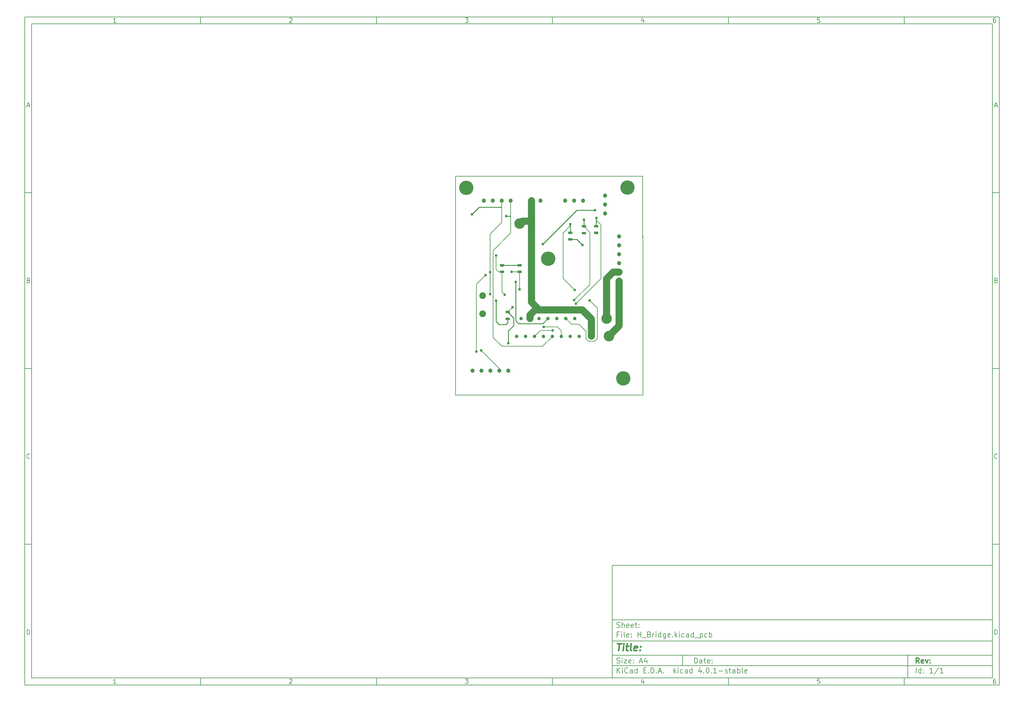
<source format=gbr>
G04 #@! TF.FileFunction,Copper,L2,Bot,Signal*
%FSLAX46Y46*%
G04 Gerber Fmt 4.6, Leading zero omitted, Abs format (unit mm)*
G04 Created by KiCad (PCBNEW 4.0.1-stable) date 2/4/2016 7:17:40 PM*
%MOMM*%
G01*
G04 APERTURE LIST*
%ADD10C,0.100000*%
%ADD11C,0.150000*%
%ADD12C,0.300000*%
%ADD13C,0.400000*%
%ADD14C,4.064000*%
%ADD15C,1.200000*%
%ADD16C,1.900000*%
%ADD17R,1.300000X0.700000*%
%ADD18C,1.000000*%
%ADD19C,4.100000*%
%ADD20C,0.762000*%
%ADD21C,3.000000*%
%ADD22C,0.250000*%
%ADD23C,2.000000*%
%ADD24C,0.203200*%
G04 APERTURE END LIST*
D10*
D11*
X177002200Y-166007200D02*
X177002200Y-198007200D01*
X285002200Y-198007200D01*
X285002200Y-166007200D01*
X177002200Y-166007200D01*
D10*
D11*
X10000000Y-10000000D02*
X10000000Y-200007200D01*
X287002200Y-200007200D01*
X287002200Y-10000000D01*
X10000000Y-10000000D01*
D10*
D11*
X12000000Y-12000000D02*
X12000000Y-198007200D01*
X285002200Y-198007200D01*
X285002200Y-12000000D01*
X12000000Y-12000000D01*
D10*
D11*
X60000000Y-12000000D02*
X60000000Y-10000000D01*
D10*
D11*
X110000000Y-12000000D02*
X110000000Y-10000000D01*
D10*
D11*
X160000000Y-12000000D02*
X160000000Y-10000000D01*
D10*
D11*
X210000000Y-12000000D02*
X210000000Y-10000000D01*
D10*
D11*
X260000000Y-12000000D02*
X260000000Y-10000000D01*
D10*
D11*
X35990476Y-11588095D02*
X35247619Y-11588095D01*
X35619048Y-11588095D02*
X35619048Y-10288095D01*
X35495238Y-10473810D01*
X35371429Y-10597619D01*
X35247619Y-10659524D01*
D10*
D11*
X85247619Y-10411905D02*
X85309524Y-10350000D01*
X85433333Y-10288095D01*
X85742857Y-10288095D01*
X85866667Y-10350000D01*
X85928571Y-10411905D01*
X85990476Y-10535714D01*
X85990476Y-10659524D01*
X85928571Y-10845238D01*
X85185714Y-11588095D01*
X85990476Y-11588095D01*
D10*
D11*
X135185714Y-10288095D02*
X135990476Y-10288095D01*
X135557143Y-10783333D01*
X135742857Y-10783333D01*
X135866667Y-10845238D01*
X135928571Y-10907143D01*
X135990476Y-11030952D01*
X135990476Y-11340476D01*
X135928571Y-11464286D01*
X135866667Y-11526190D01*
X135742857Y-11588095D01*
X135371429Y-11588095D01*
X135247619Y-11526190D01*
X135185714Y-11464286D01*
D10*
D11*
X185866667Y-10721429D02*
X185866667Y-11588095D01*
X185557143Y-10226190D02*
X185247619Y-11154762D01*
X186052381Y-11154762D01*
D10*
D11*
X235928571Y-10288095D02*
X235309524Y-10288095D01*
X235247619Y-10907143D01*
X235309524Y-10845238D01*
X235433333Y-10783333D01*
X235742857Y-10783333D01*
X235866667Y-10845238D01*
X235928571Y-10907143D01*
X235990476Y-11030952D01*
X235990476Y-11340476D01*
X235928571Y-11464286D01*
X235866667Y-11526190D01*
X235742857Y-11588095D01*
X235433333Y-11588095D01*
X235309524Y-11526190D01*
X235247619Y-11464286D01*
D10*
D11*
X285866667Y-10288095D02*
X285619048Y-10288095D01*
X285495238Y-10350000D01*
X285433333Y-10411905D01*
X285309524Y-10597619D01*
X285247619Y-10845238D01*
X285247619Y-11340476D01*
X285309524Y-11464286D01*
X285371429Y-11526190D01*
X285495238Y-11588095D01*
X285742857Y-11588095D01*
X285866667Y-11526190D01*
X285928571Y-11464286D01*
X285990476Y-11340476D01*
X285990476Y-11030952D01*
X285928571Y-10907143D01*
X285866667Y-10845238D01*
X285742857Y-10783333D01*
X285495238Y-10783333D01*
X285371429Y-10845238D01*
X285309524Y-10907143D01*
X285247619Y-11030952D01*
D10*
D11*
X60000000Y-198007200D02*
X60000000Y-200007200D01*
D10*
D11*
X110000000Y-198007200D02*
X110000000Y-200007200D01*
D10*
D11*
X160000000Y-198007200D02*
X160000000Y-200007200D01*
D10*
D11*
X210000000Y-198007200D02*
X210000000Y-200007200D01*
D10*
D11*
X260000000Y-198007200D02*
X260000000Y-200007200D01*
D10*
D11*
X35990476Y-199595295D02*
X35247619Y-199595295D01*
X35619048Y-199595295D02*
X35619048Y-198295295D01*
X35495238Y-198481010D01*
X35371429Y-198604819D01*
X35247619Y-198666724D01*
D10*
D11*
X85247619Y-198419105D02*
X85309524Y-198357200D01*
X85433333Y-198295295D01*
X85742857Y-198295295D01*
X85866667Y-198357200D01*
X85928571Y-198419105D01*
X85990476Y-198542914D01*
X85990476Y-198666724D01*
X85928571Y-198852438D01*
X85185714Y-199595295D01*
X85990476Y-199595295D01*
D10*
D11*
X135185714Y-198295295D02*
X135990476Y-198295295D01*
X135557143Y-198790533D01*
X135742857Y-198790533D01*
X135866667Y-198852438D01*
X135928571Y-198914343D01*
X135990476Y-199038152D01*
X135990476Y-199347676D01*
X135928571Y-199471486D01*
X135866667Y-199533390D01*
X135742857Y-199595295D01*
X135371429Y-199595295D01*
X135247619Y-199533390D01*
X135185714Y-199471486D01*
D10*
D11*
X185866667Y-198728629D02*
X185866667Y-199595295D01*
X185557143Y-198233390D02*
X185247619Y-199161962D01*
X186052381Y-199161962D01*
D10*
D11*
X235928571Y-198295295D02*
X235309524Y-198295295D01*
X235247619Y-198914343D01*
X235309524Y-198852438D01*
X235433333Y-198790533D01*
X235742857Y-198790533D01*
X235866667Y-198852438D01*
X235928571Y-198914343D01*
X235990476Y-199038152D01*
X235990476Y-199347676D01*
X235928571Y-199471486D01*
X235866667Y-199533390D01*
X235742857Y-199595295D01*
X235433333Y-199595295D01*
X235309524Y-199533390D01*
X235247619Y-199471486D01*
D10*
D11*
X285866667Y-198295295D02*
X285619048Y-198295295D01*
X285495238Y-198357200D01*
X285433333Y-198419105D01*
X285309524Y-198604819D01*
X285247619Y-198852438D01*
X285247619Y-199347676D01*
X285309524Y-199471486D01*
X285371429Y-199533390D01*
X285495238Y-199595295D01*
X285742857Y-199595295D01*
X285866667Y-199533390D01*
X285928571Y-199471486D01*
X285990476Y-199347676D01*
X285990476Y-199038152D01*
X285928571Y-198914343D01*
X285866667Y-198852438D01*
X285742857Y-198790533D01*
X285495238Y-198790533D01*
X285371429Y-198852438D01*
X285309524Y-198914343D01*
X285247619Y-199038152D01*
D10*
D11*
X10000000Y-60000000D02*
X12000000Y-60000000D01*
D10*
D11*
X10000000Y-110000000D02*
X12000000Y-110000000D01*
D10*
D11*
X10000000Y-160000000D02*
X12000000Y-160000000D01*
D10*
D11*
X10690476Y-35216667D02*
X11309524Y-35216667D01*
X10566667Y-35588095D02*
X11000000Y-34288095D01*
X11433333Y-35588095D01*
D10*
D11*
X11092857Y-84907143D02*
X11278571Y-84969048D01*
X11340476Y-85030952D01*
X11402381Y-85154762D01*
X11402381Y-85340476D01*
X11340476Y-85464286D01*
X11278571Y-85526190D01*
X11154762Y-85588095D01*
X10659524Y-85588095D01*
X10659524Y-84288095D01*
X11092857Y-84288095D01*
X11216667Y-84350000D01*
X11278571Y-84411905D01*
X11340476Y-84535714D01*
X11340476Y-84659524D01*
X11278571Y-84783333D01*
X11216667Y-84845238D01*
X11092857Y-84907143D01*
X10659524Y-84907143D01*
D10*
D11*
X11402381Y-135464286D02*
X11340476Y-135526190D01*
X11154762Y-135588095D01*
X11030952Y-135588095D01*
X10845238Y-135526190D01*
X10721429Y-135402381D01*
X10659524Y-135278571D01*
X10597619Y-135030952D01*
X10597619Y-134845238D01*
X10659524Y-134597619D01*
X10721429Y-134473810D01*
X10845238Y-134350000D01*
X11030952Y-134288095D01*
X11154762Y-134288095D01*
X11340476Y-134350000D01*
X11402381Y-134411905D01*
D10*
D11*
X10659524Y-185588095D02*
X10659524Y-184288095D01*
X10969048Y-184288095D01*
X11154762Y-184350000D01*
X11278571Y-184473810D01*
X11340476Y-184597619D01*
X11402381Y-184845238D01*
X11402381Y-185030952D01*
X11340476Y-185278571D01*
X11278571Y-185402381D01*
X11154762Y-185526190D01*
X10969048Y-185588095D01*
X10659524Y-185588095D01*
D10*
D11*
X287002200Y-60000000D02*
X285002200Y-60000000D01*
D10*
D11*
X287002200Y-110000000D02*
X285002200Y-110000000D01*
D10*
D11*
X287002200Y-160000000D02*
X285002200Y-160000000D01*
D10*
D11*
X285692676Y-35216667D02*
X286311724Y-35216667D01*
X285568867Y-35588095D02*
X286002200Y-34288095D01*
X286435533Y-35588095D01*
D10*
D11*
X286095057Y-84907143D02*
X286280771Y-84969048D01*
X286342676Y-85030952D01*
X286404581Y-85154762D01*
X286404581Y-85340476D01*
X286342676Y-85464286D01*
X286280771Y-85526190D01*
X286156962Y-85588095D01*
X285661724Y-85588095D01*
X285661724Y-84288095D01*
X286095057Y-84288095D01*
X286218867Y-84350000D01*
X286280771Y-84411905D01*
X286342676Y-84535714D01*
X286342676Y-84659524D01*
X286280771Y-84783333D01*
X286218867Y-84845238D01*
X286095057Y-84907143D01*
X285661724Y-84907143D01*
D10*
D11*
X286404581Y-135464286D02*
X286342676Y-135526190D01*
X286156962Y-135588095D01*
X286033152Y-135588095D01*
X285847438Y-135526190D01*
X285723629Y-135402381D01*
X285661724Y-135278571D01*
X285599819Y-135030952D01*
X285599819Y-134845238D01*
X285661724Y-134597619D01*
X285723629Y-134473810D01*
X285847438Y-134350000D01*
X286033152Y-134288095D01*
X286156962Y-134288095D01*
X286342676Y-134350000D01*
X286404581Y-134411905D01*
D10*
D11*
X285661724Y-185588095D02*
X285661724Y-184288095D01*
X285971248Y-184288095D01*
X286156962Y-184350000D01*
X286280771Y-184473810D01*
X286342676Y-184597619D01*
X286404581Y-184845238D01*
X286404581Y-185030952D01*
X286342676Y-185278571D01*
X286280771Y-185402381D01*
X286156962Y-185526190D01*
X285971248Y-185588095D01*
X285661724Y-185588095D01*
D10*
D11*
X200359343Y-193785771D02*
X200359343Y-192285771D01*
X200716486Y-192285771D01*
X200930771Y-192357200D01*
X201073629Y-192500057D01*
X201145057Y-192642914D01*
X201216486Y-192928629D01*
X201216486Y-193142914D01*
X201145057Y-193428629D01*
X201073629Y-193571486D01*
X200930771Y-193714343D01*
X200716486Y-193785771D01*
X200359343Y-193785771D01*
X202502200Y-193785771D02*
X202502200Y-193000057D01*
X202430771Y-192857200D01*
X202287914Y-192785771D01*
X202002200Y-192785771D01*
X201859343Y-192857200D01*
X202502200Y-193714343D02*
X202359343Y-193785771D01*
X202002200Y-193785771D01*
X201859343Y-193714343D01*
X201787914Y-193571486D01*
X201787914Y-193428629D01*
X201859343Y-193285771D01*
X202002200Y-193214343D01*
X202359343Y-193214343D01*
X202502200Y-193142914D01*
X203002200Y-192785771D02*
X203573629Y-192785771D01*
X203216486Y-192285771D02*
X203216486Y-193571486D01*
X203287914Y-193714343D01*
X203430772Y-193785771D01*
X203573629Y-193785771D01*
X204645057Y-193714343D02*
X204502200Y-193785771D01*
X204216486Y-193785771D01*
X204073629Y-193714343D01*
X204002200Y-193571486D01*
X204002200Y-193000057D01*
X204073629Y-192857200D01*
X204216486Y-192785771D01*
X204502200Y-192785771D01*
X204645057Y-192857200D01*
X204716486Y-193000057D01*
X204716486Y-193142914D01*
X204002200Y-193285771D01*
X205359343Y-193642914D02*
X205430771Y-193714343D01*
X205359343Y-193785771D01*
X205287914Y-193714343D01*
X205359343Y-193642914D01*
X205359343Y-193785771D01*
X205359343Y-192857200D02*
X205430771Y-192928629D01*
X205359343Y-193000057D01*
X205287914Y-192928629D01*
X205359343Y-192857200D01*
X205359343Y-193000057D01*
D10*
D11*
X177002200Y-194507200D02*
X285002200Y-194507200D01*
D10*
D11*
X178359343Y-196585771D02*
X178359343Y-195085771D01*
X179216486Y-196585771D02*
X178573629Y-195728629D01*
X179216486Y-195085771D02*
X178359343Y-195942914D01*
X179859343Y-196585771D02*
X179859343Y-195585771D01*
X179859343Y-195085771D02*
X179787914Y-195157200D01*
X179859343Y-195228629D01*
X179930771Y-195157200D01*
X179859343Y-195085771D01*
X179859343Y-195228629D01*
X181430772Y-196442914D02*
X181359343Y-196514343D01*
X181145057Y-196585771D01*
X181002200Y-196585771D01*
X180787915Y-196514343D01*
X180645057Y-196371486D01*
X180573629Y-196228629D01*
X180502200Y-195942914D01*
X180502200Y-195728629D01*
X180573629Y-195442914D01*
X180645057Y-195300057D01*
X180787915Y-195157200D01*
X181002200Y-195085771D01*
X181145057Y-195085771D01*
X181359343Y-195157200D01*
X181430772Y-195228629D01*
X182716486Y-196585771D02*
X182716486Y-195800057D01*
X182645057Y-195657200D01*
X182502200Y-195585771D01*
X182216486Y-195585771D01*
X182073629Y-195657200D01*
X182716486Y-196514343D02*
X182573629Y-196585771D01*
X182216486Y-196585771D01*
X182073629Y-196514343D01*
X182002200Y-196371486D01*
X182002200Y-196228629D01*
X182073629Y-196085771D01*
X182216486Y-196014343D01*
X182573629Y-196014343D01*
X182716486Y-195942914D01*
X184073629Y-196585771D02*
X184073629Y-195085771D01*
X184073629Y-196514343D02*
X183930772Y-196585771D01*
X183645058Y-196585771D01*
X183502200Y-196514343D01*
X183430772Y-196442914D01*
X183359343Y-196300057D01*
X183359343Y-195871486D01*
X183430772Y-195728629D01*
X183502200Y-195657200D01*
X183645058Y-195585771D01*
X183930772Y-195585771D01*
X184073629Y-195657200D01*
X185930772Y-195800057D02*
X186430772Y-195800057D01*
X186645058Y-196585771D02*
X185930772Y-196585771D01*
X185930772Y-195085771D01*
X186645058Y-195085771D01*
X187287915Y-196442914D02*
X187359343Y-196514343D01*
X187287915Y-196585771D01*
X187216486Y-196514343D01*
X187287915Y-196442914D01*
X187287915Y-196585771D01*
X188002201Y-196585771D02*
X188002201Y-195085771D01*
X188359344Y-195085771D01*
X188573629Y-195157200D01*
X188716487Y-195300057D01*
X188787915Y-195442914D01*
X188859344Y-195728629D01*
X188859344Y-195942914D01*
X188787915Y-196228629D01*
X188716487Y-196371486D01*
X188573629Y-196514343D01*
X188359344Y-196585771D01*
X188002201Y-196585771D01*
X189502201Y-196442914D02*
X189573629Y-196514343D01*
X189502201Y-196585771D01*
X189430772Y-196514343D01*
X189502201Y-196442914D01*
X189502201Y-196585771D01*
X190145058Y-196157200D02*
X190859344Y-196157200D01*
X190002201Y-196585771D02*
X190502201Y-195085771D01*
X191002201Y-196585771D01*
X191502201Y-196442914D02*
X191573629Y-196514343D01*
X191502201Y-196585771D01*
X191430772Y-196514343D01*
X191502201Y-196442914D01*
X191502201Y-196585771D01*
X194502201Y-196585771D02*
X194502201Y-195085771D01*
X194645058Y-196014343D02*
X195073629Y-196585771D01*
X195073629Y-195585771D02*
X194502201Y-196157200D01*
X195716487Y-196585771D02*
X195716487Y-195585771D01*
X195716487Y-195085771D02*
X195645058Y-195157200D01*
X195716487Y-195228629D01*
X195787915Y-195157200D01*
X195716487Y-195085771D01*
X195716487Y-195228629D01*
X197073630Y-196514343D02*
X196930773Y-196585771D01*
X196645059Y-196585771D01*
X196502201Y-196514343D01*
X196430773Y-196442914D01*
X196359344Y-196300057D01*
X196359344Y-195871486D01*
X196430773Y-195728629D01*
X196502201Y-195657200D01*
X196645059Y-195585771D01*
X196930773Y-195585771D01*
X197073630Y-195657200D01*
X198359344Y-196585771D02*
X198359344Y-195800057D01*
X198287915Y-195657200D01*
X198145058Y-195585771D01*
X197859344Y-195585771D01*
X197716487Y-195657200D01*
X198359344Y-196514343D02*
X198216487Y-196585771D01*
X197859344Y-196585771D01*
X197716487Y-196514343D01*
X197645058Y-196371486D01*
X197645058Y-196228629D01*
X197716487Y-196085771D01*
X197859344Y-196014343D01*
X198216487Y-196014343D01*
X198359344Y-195942914D01*
X199716487Y-196585771D02*
X199716487Y-195085771D01*
X199716487Y-196514343D02*
X199573630Y-196585771D01*
X199287916Y-196585771D01*
X199145058Y-196514343D01*
X199073630Y-196442914D01*
X199002201Y-196300057D01*
X199002201Y-195871486D01*
X199073630Y-195728629D01*
X199145058Y-195657200D01*
X199287916Y-195585771D01*
X199573630Y-195585771D01*
X199716487Y-195657200D01*
X202216487Y-195585771D02*
X202216487Y-196585771D01*
X201859344Y-195014343D02*
X201502201Y-196085771D01*
X202430773Y-196085771D01*
X203002201Y-196442914D02*
X203073629Y-196514343D01*
X203002201Y-196585771D01*
X202930772Y-196514343D01*
X203002201Y-196442914D01*
X203002201Y-196585771D01*
X204002201Y-195085771D02*
X204145058Y-195085771D01*
X204287915Y-195157200D01*
X204359344Y-195228629D01*
X204430773Y-195371486D01*
X204502201Y-195657200D01*
X204502201Y-196014343D01*
X204430773Y-196300057D01*
X204359344Y-196442914D01*
X204287915Y-196514343D01*
X204145058Y-196585771D01*
X204002201Y-196585771D01*
X203859344Y-196514343D01*
X203787915Y-196442914D01*
X203716487Y-196300057D01*
X203645058Y-196014343D01*
X203645058Y-195657200D01*
X203716487Y-195371486D01*
X203787915Y-195228629D01*
X203859344Y-195157200D01*
X204002201Y-195085771D01*
X205145058Y-196442914D02*
X205216486Y-196514343D01*
X205145058Y-196585771D01*
X205073629Y-196514343D01*
X205145058Y-196442914D01*
X205145058Y-196585771D01*
X206645058Y-196585771D02*
X205787915Y-196585771D01*
X206216487Y-196585771D02*
X206216487Y-195085771D01*
X206073630Y-195300057D01*
X205930772Y-195442914D01*
X205787915Y-195514343D01*
X207287915Y-196014343D02*
X208430772Y-196014343D01*
X209073629Y-196514343D02*
X209216486Y-196585771D01*
X209502201Y-196585771D01*
X209645058Y-196514343D01*
X209716486Y-196371486D01*
X209716486Y-196300057D01*
X209645058Y-196157200D01*
X209502201Y-196085771D01*
X209287915Y-196085771D01*
X209145058Y-196014343D01*
X209073629Y-195871486D01*
X209073629Y-195800057D01*
X209145058Y-195657200D01*
X209287915Y-195585771D01*
X209502201Y-195585771D01*
X209645058Y-195657200D01*
X210145058Y-195585771D02*
X210716487Y-195585771D01*
X210359344Y-195085771D02*
X210359344Y-196371486D01*
X210430772Y-196514343D01*
X210573630Y-196585771D01*
X210716487Y-196585771D01*
X211859344Y-196585771D02*
X211859344Y-195800057D01*
X211787915Y-195657200D01*
X211645058Y-195585771D01*
X211359344Y-195585771D01*
X211216487Y-195657200D01*
X211859344Y-196514343D02*
X211716487Y-196585771D01*
X211359344Y-196585771D01*
X211216487Y-196514343D01*
X211145058Y-196371486D01*
X211145058Y-196228629D01*
X211216487Y-196085771D01*
X211359344Y-196014343D01*
X211716487Y-196014343D01*
X211859344Y-195942914D01*
X212573630Y-196585771D02*
X212573630Y-195085771D01*
X212573630Y-195657200D02*
X212716487Y-195585771D01*
X213002201Y-195585771D01*
X213145058Y-195657200D01*
X213216487Y-195728629D01*
X213287916Y-195871486D01*
X213287916Y-196300057D01*
X213216487Y-196442914D01*
X213145058Y-196514343D01*
X213002201Y-196585771D01*
X212716487Y-196585771D01*
X212573630Y-196514343D01*
X214145059Y-196585771D02*
X214002201Y-196514343D01*
X213930773Y-196371486D01*
X213930773Y-195085771D01*
X215287915Y-196514343D02*
X215145058Y-196585771D01*
X214859344Y-196585771D01*
X214716487Y-196514343D01*
X214645058Y-196371486D01*
X214645058Y-195800057D01*
X214716487Y-195657200D01*
X214859344Y-195585771D01*
X215145058Y-195585771D01*
X215287915Y-195657200D01*
X215359344Y-195800057D01*
X215359344Y-195942914D01*
X214645058Y-196085771D01*
D10*
D11*
X177002200Y-191507200D02*
X285002200Y-191507200D01*
D10*
D12*
X264216486Y-193785771D02*
X263716486Y-193071486D01*
X263359343Y-193785771D02*
X263359343Y-192285771D01*
X263930771Y-192285771D01*
X264073629Y-192357200D01*
X264145057Y-192428629D01*
X264216486Y-192571486D01*
X264216486Y-192785771D01*
X264145057Y-192928629D01*
X264073629Y-193000057D01*
X263930771Y-193071486D01*
X263359343Y-193071486D01*
X265430771Y-193714343D02*
X265287914Y-193785771D01*
X265002200Y-193785771D01*
X264859343Y-193714343D01*
X264787914Y-193571486D01*
X264787914Y-193000057D01*
X264859343Y-192857200D01*
X265002200Y-192785771D01*
X265287914Y-192785771D01*
X265430771Y-192857200D01*
X265502200Y-193000057D01*
X265502200Y-193142914D01*
X264787914Y-193285771D01*
X266002200Y-192785771D02*
X266359343Y-193785771D01*
X266716485Y-192785771D01*
X267287914Y-193642914D02*
X267359342Y-193714343D01*
X267287914Y-193785771D01*
X267216485Y-193714343D01*
X267287914Y-193642914D01*
X267287914Y-193785771D01*
X267287914Y-192857200D02*
X267359342Y-192928629D01*
X267287914Y-193000057D01*
X267216485Y-192928629D01*
X267287914Y-192857200D01*
X267287914Y-193000057D01*
D10*
D11*
X178287914Y-193714343D02*
X178502200Y-193785771D01*
X178859343Y-193785771D01*
X179002200Y-193714343D01*
X179073629Y-193642914D01*
X179145057Y-193500057D01*
X179145057Y-193357200D01*
X179073629Y-193214343D01*
X179002200Y-193142914D01*
X178859343Y-193071486D01*
X178573629Y-193000057D01*
X178430771Y-192928629D01*
X178359343Y-192857200D01*
X178287914Y-192714343D01*
X178287914Y-192571486D01*
X178359343Y-192428629D01*
X178430771Y-192357200D01*
X178573629Y-192285771D01*
X178930771Y-192285771D01*
X179145057Y-192357200D01*
X179787914Y-193785771D02*
X179787914Y-192785771D01*
X179787914Y-192285771D02*
X179716485Y-192357200D01*
X179787914Y-192428629D01*
X179859342Y-192357200D01*
X179787914Y-192285771D01*
X179787914Y-192428629D01*
X180359343Y-192785771D02*
X181145057Y-192785771D01*
X180359343Y-193785771D01*
X181145057Y-193785771D01*
X182287914Y-193714343D02*
X182145057Y-193785771D01*
X181859343Y-193785771D01*
X181716486Y-193714343D01*
X181645057Y-193571486D01*
X181645057Y-193000057D01*
X181716486Y-192857200D01*
X181859343Y-192785771D01*
X182145057Y-192785771D01*
X182287914Y-192857200D01*
X182359343Y-193000057D01*
X182359343Y-193142914D01*
X181645057Y-193285771D01*
X183002200Y-193642914D02*
X183073628Y-193714343D01*
X183002200Y-193785771D01*
X182930771Y-193714343D01*
X183002200Y-193642914D01*
X183002200Y-193785771D01*
X183002200Y-192857200D02*
X183073628Y-192928629D01*
X183002200Y-193000057D01*
X182930771Y-192928629D01*
X183002200Y-192857200D01*
X183002200Y-193000057D01*
X184787914Y-193357200D02*
X185502200Y-193357200D01*
X184645057Y-193785771D02*
X185145057Y-192285771D01*
X185645057Y-193785771D01*
X186787914Y-192785771D02*
X186787914Y-193785771D01*
X186430771Y-192214343D02*
X186073628Y-193285771D01*
X187002200Y-193285771D01*
D10*
D11*
X263359343Y-196585771D02*
X263359343Y-195085771D01*
X264716486Y-196585771D02*
X264716486Y-195085771D01*
X264716486Y-196514343D02*
X264573629Y-196585771D01*
X264287915Y-196585771D01*
X264145057Y-196514343D01*
X264073629Y-196442914D01*
X264002200Y-196300057D01*
X264002200Y-195871486D01*
X264073629Y-195728629D01*
X264145057Y-195657200D01*
X264287915Y-195585771D01*
X264573629Y-195585771D01*
X264716486Y-195657200D01*
X265430772Y-196442914D02*
X265502200Y-196514343D01*
X265430772Y-196585771D01*
X265359343Y-196514343D01*
X265430772Y-196442914D01*
X265430772Y-196585771D01*
X265430772Y-195657200D02*
X265502200Y-195728629D01*
X265430772Y-195800057D01*
X265359343Y-195728629D01*
X265430772Y-195657200D01*
X265430772Y-195800057D01*
X268073629Y-196585771D02*
X267216486Y-196585771D01*
X267645058Y-196585771D02*
X267645058Y-195085771D01*
X267502201Y-195300057D01*
X267359343Y-195442914D01*
X267216486Y-195514343D01*
X269787914Y-195014343D02*
X268502200Y-196942914D01*
X271073629Y-196585771D02*
X270216486Y-196585771D01*
X270645058Y-196585771D02*
X270645058Y-195085771D01*
X270502201Y-195300057D01*
X270359343Y-195442914D01*
X270216486Y-195514343D01*
D10*
D11*
X177002200Y-187507200D02*
X285002200Y-187507200D01*
D10*
D13*
X178454581Y-188211962D02*
X179597438Y-188211962D01*
X178776010Y-190211962D02*
X179026010Y-188211962D01*
X180014105Y-190211962D02*
X180180771Y-188878629D01*
X180264105Y-188211962D02*
X180156962Y-188307200D01*
X180240295Y-188402438D01*
X180347439Y-188307200D01*
X180264105Y-188211962D01*
X180240295Y-188402438D01*
X180847438Y-188878629D02*
X181609343Y-188878629D01*
X181216486Y-188211962D02*
X181002200Y-189926248D01*
X181073630Y-190116724D01*
X181252201Y-190211962D01*
X181442677Y-190211962D01*
X182395058Y-190211962D02*
X182216487Y-190116724D01*
X182145057Y-189926248D01*
X182359343Y-188211962D01*
X183930772Y-190116724D02*
X183728391Y-190211962D01*
X183347439Y-190211962D01*
X183168867Y-190116724D01*
X183097438Y-189926248D01*
X183192676Y-189164343D01*
X183311724Y-188973867D01*
X183514105Y-188878629D01*
X183895057Y-188878629D01*
X184073629Y-188973867D01*
X184145057Y-189164343D01*
X184121248Y-189354819D01*
X183145057Y-189545295D01*
X184895057Y-190021486D02*
X184978392Y-190116724D01*
X184871248Y-190211962D01*
X184787915Y-190116724D01*
X184895057Y-190021486D01*
X184871248Y-190211962D01*
X185026010Y-188973867D02*
X185109344Y-189069105D01*
X185002200Y-189164343D01*
X184918867Y-189069105D01*
X185026010Y-188973867D01*
X185002200Y-189164343D01*
D10*
D11*
X178859343Y-185600057D02*
X178359343Y-185600057D01*
X178359343Y-186385771D02*
X178359343Y-184885771D01*
X179073629Y-184885771D01*
X179645057Y-186385771D02*
X179645057Y-185385771D01*
X179645057Y-184885771D02*
X179573628Y-184957200D01*
X179645057Y-185028629D01*
X179716485Y-184957200D01*
X179645057Y-184885771D01*
X179645057Y-185028629D01*
X180573629Y-186385771D02*
X180430771Y-186314343D01*
X180359343Y-186171486D01*
X180359343Y-184885771D01*
X181716485Y-186314343D02*
X181573628Y-186385771D01*
X181287914Y-186385771D01*
X181145057Y-186314343D01*
X181073628Y-186171486D01*
X181073628Y-185600057D01*
X181145057Y-185457200D01*
X181287914Y-185385771D01*
X181573628Y-185385771D01*
X181716485Y-185457200D01*
X181787914Y-185600057D01*
X181787914Y-185742914D01*
X181073628Y-185885771D01*
X182430771Y-186242914D02*
X182502199Y-186314343D01*
X182430771Y-186385771D01*
X182359342Y-186314343D01*
X182430771Y-186242914D01*
X182430771Y-186385771D01*
X182430771Y-185457200D02*
X182502199Y-185528629D01*
X182430771Y-185600057D01*
X182359342Y-185528629D01*
X182430771Y-185457200D01*
X182430771Y-185600057D01*
X184287914Y-186385771D02*
X184287914Y-184885771D01*
X184287914Y-185600057D02*
X185145057Y-185600057D01*
X185145057Y-186385771D02*
X185145057Y-184885771D01*
X185502200Y-186528629D02*
X186645057Y-186528629D01*
X187502200Y-185600057D02*
X187716486Y-185671486D01*
X187787914Y-185742914D01*
X187859343Y-185885771D01*
X187859343Y-186100057D01*
X187787914Y-186242914D01*
X187716486Y-186314343D01*
X187573628Y-186385771D01*
X187002200Y-186385771D01*
X187002200Y-184885771D01*
X187502200Y-184885771D01*
X187645057Y-184957200D01*
X187716486Y-185028629D01*
X187787914Y-185171486D01*
X187787914Y-185314343D01*
X187716486Y-185457200D01*
X187645057Y-185528629D01*
X187502200Y-185600057D01*
X187002200Y-185600057D01*
X188502200Y-186385771D02*
X188502200Y-185385771D01*
X188502200Y-185671486D02*
X188573628Y-185528629D01*
X188645057Y-185457200D01*
X188787914Y-185385771D01*
X188930771Y-185385771D01*
X189430771Y-186385771D02*
X189430771Y-185385771D01*
X189430771Y-184885771D02*
X189359342Y-184957200D01*
X189430771Y-185028629D01*
X189502199Y-184957200D01*
X189430771Y-184885771D01*
X189430771Y-185028629D01*
X190787914Y-186385771D02*
X190787914Y-184885771D01*
X190787914Y-186314343D02*
X190645057Y-186385771D01*
X190359343Y-186385771D01*
X190216485Y-186314343D01*
X190145057Y-186242914D01*
X190073628Y-186100057D01*
X190073628Y-185671486D01*
X190145057Y-185528629D01*
X190216485Y-185457200D01*
X190359343Y-185385771D01*
X190645057Y-185385771D01*
X190787914Y-185457200D01*
X192145057Y-185385771D02*
X192145057Y-186600057D01*
X192073628Y-186742914D01*
X192002200Y-186814343D01*
X191859343Y-186885771D01*
X191645057Y-186885771D01*
X191502200Y-186814343D01*
X192145057Y-186314343D02*
X192002200Y-186385771D01*
X191716486Y-186385771D01*
X191573628Y-186314343D01*
X191502200Y-186242914D01*
X191430771Y-186100057D01*
X191430771Y-185671486D01*
X191502200Y-185528629D01*
X191573628Y-185457200D01*
X191716486Y-185385771D01*
X192002200Y-185385771D01*
X192145057Y-185457200D01*
X193430771Y-186314343D02*
X193287914Y-186385771D01*
X193002200Y-186385771D01*
X192859343Y-186314343D01*
X192787914Y-186171486D01*
X192787914Y-185600057D01*
X192859343Y-185457200D01*
X193002200Y-185385771D01*
X193287914Y-185385771D01*
X193430771Y-185457200D01*
X193502200Y-185600057D01*
X193502200Y-185742914D01*
X192787914Y-185885771D01*
X194145057Y-186242914D02*
X194216485Y-186314343D01*
X194145057Y-186385771D01*
X194073628Y-186314343D01*
X194145057Y-186242914D01*
X194145057Y-186385771D01*
X194859343Y-186385771D02*
X194859343Y-184885771D01*
X195002200Y-185814343D02*
X195430771Y-186385771D01*
X195430771Y-185385771D02*
X194859343Y-185957200D01*
X196073629Y-186385771D02*
X196073629Y-185385771D01*
X196073629Y-184885771D02*
X196002200Y-184957200D01*
X196073629Y-185028629D01*
X196145057Y-184957200D01*
X196073629Y-184885771D01*
X196073629Y-185028629D01*
X197430772Y-186314343D02*
X197287915Y-186385771D01*
X197002201Y-186385771D01*
X196859343Y-186314343D01*
X196787915Y-186242914D01*
X196716486Y-186100057D01*
X196716486Y-185671486D01*
X196787915Y-185528629D01*
X196859343Y-185457200D01*
X197002201Y-185385771D01*
X197287915Y-185385771D01*
X197430772Y-185457200D01*
X198716486Y-186385771D02*
X198716486Y-185600057D01*
X198645057Y-185457200D01*
X198502200Y-185385771D01*
X198216486Y-185385771D01*
X198073629Y-185457200D01*
X198716486Y-186314343D02*
X198573629Y-186385771D01*
X198216486Y-186385771D01*
X198073629Y-186314343D01*
X198002200Y-186171486D01*
X198002200Y-186028629D01*
X198073629Y-185885771D01*
X198216486Y-185814343D01*
X198573629Y-185814343D01*
X198716486Y-185742914D01*
X200073629Y-186385771D02*
X200073629Y-184885771D01*
X200073629Y-186314343D02*
X199930772Y-186385771D01*
X199645058Y-186385771D01*
X199502200Y-186314343D01*
X199430772Y-186242914D01*
X199359343Y-186100057D01*
X199359343Y-185671486D01*
X199430772Y-185528629D01*
X199502200Y-185457200D01*
X199645058Y-185385771D01*
X199930772Y-185385771D01*
X200073629Y-185457200D01*
X200430772Y-186528629D02*
X201573629Y-186528629D01*
X201930772Y-185385771D02*
X201930772Y-186885771D01*
X201930772Y-185457200D02*
X202073629Y-185385771D01*
X202359343Y-185385771D01*
X202502200Y-185457200D01*
X202573629Y-185528629D01*
X202645058Y-185671486D01*
X202645058Y-186100057D01*
X202573629Y-186242914D01*
X202502200Y-186314343D01*
X202359343Y-186385771D01*
X202073629Y-186385771D01*
X201930772Y-186314343D01*
X203930772Y-186314343D02*
X203787915Y-186385771D01*
X203502201Y-186385771D01*
X203359343Y-186314343D01*
X203287915Y-186242914D01*
X203216486Y-186100057D01*
X203216486Y-185671486D01*
X203287915Y-185528629D01*
X203359343Y-185457200D01*
X203502201Y-185385771D01*
X203787915Y-185385771D01*
X203930772Y-185457200D01*
X204573629Y-186385771D02*
X204573629Y-184885771D01*
X204573629Y-185457200D02*
X204716486Y-185385771D01*
X205002200Y-185385771D01*
X205145057Y-185457200D01*
X205216486Y-185528629D01*
X205287915Y-185671486D01*
X205287915Y-186100057D01*
X205216486Y-186242914D01*
X205145057Y-186314343D01*
X205002200Y-186385771D01*
X204716486Y-186385771D01*
X204573629Y-186314343D01*
D10*
D11*
X177002200Y-181507200D02*
X285002200Y-181507200D01*
D10*
D11*
X178287914Y-183614343D02*
X178502200Y-183685771D01*
X178859343Y-183685771D01*
X179002200Y-183614343D01*
X179073629Y-183542914D01*
X179145057Y-183400057D01*
X179145057Y-183257200D01*
X179073629Y-183114343D01*
X179002200Y-183042914D01*
X178859343Y-182971486D01*
X178573629Y-182900057D01*
X178430771Y-182828629D01*
X178359343Y-182757200D01*
X178287914Y-182614343D01*
X178287914Y-182471486D01*
X178359343Y-182328629D01*
X178430771Y-182257200D01*
X178573629Y-182185771D01*
X178930771Y-182185771D01*
X179145057Y-182257200D01*
X179787914Y-183685771D02*
X179787914Y-182185771D01*
X180430771Y-183685771D02*
X180430771Y-182900057D01*
X180359342Y-182757200D01*
X180216485Y-182685771D01*
X180002200Y-182685771D01*
X179859342Y-182757200D01*
X179787914Y-182828629D01*
X181716485Y-183614343D02*
X181573628Y-183685771D01*
X181287914Y-183685771D01*
X181145057Y-183614343D01*
X181073628Y-183471486D01*
X181073628Y-182900057D01*
X181145057Y-182757200D01*
X181287914Y-182685771D01*
X181573628Y-182685771D01*
X181716485Y-182757200D01*
X181787914Y-182900057D01*
X181787914Y-183042914D01*
X181073628Y-183185771D01*
X183002199Y-183614343D02*
X182859342Y-183685771D01*
X182573628Y-183685771D01*
X182430771Y-183614343D01*
X182359342Y-183471486D01*
X182359342Y-182900057D01*
X182430771Y-182757200D01*
X182573628Y-182685771D01*
X182859342Y-182685771D01*
X183002199Y-182757200D01*
X183073628Y-182900057D01*
X183073628Y-183042914D01*
X182359342Y-183185771D01*
X183502199Y-182685771D02*
X184073628Y-182685771D01*
X183716485Y-182185771D02*
X183716485Y-183471486D01*
X183787913Y-183614343D01*
X183930771Y-183685771D01*
X184073628Y-183685771D01*
X184573628Y-183542914D02*
X184645056Y-183614343D01*
X184573628Y-183685771D01*
X184502199Y-183614343D01*
X184573628Y-183542914D01*
X184573628Y-183685771D01*
X184573628Y-182757200D02*
X184645056Y-182828629D01*
X184573628Y-182900057D01*
X184502199Y-182828629D01*
X184573628Y-182757200D01*
X184573628Y-182900057D01*
D10*
D11*
X197002200Y-191507200D02*
X197002200Y-194507200D01*
D10*
D11*
X261002200Y-191507200D02*
X261002200Y-198007200D01*
X185670000Y-117570000D02*
X185670000Y-72200000D01*
X132440000Y-117570000D02*
X185670000Y-117570000D01*
X132440000Y-55320000D02*
X132440000Y-117570000D01*
X133830000Y-55320000D02*
X132440000Y-55320000D01*
X185620000Y-55320000D02*
X133830000Y-55320000D01*
X185620000Y-55930000D02*
X185620000Y-55320000D01*
X185620000Y-57070000D02*
X185620000Y-55930000D01*
X185620000Y-58050000D02*
X185620000Y-57070000D01*
X185620000Y-72900000D02*
X185620000Y-58050000D01*
D14*
X135520000Y-58590000D03*
X181340000Y-58530000D03*
D15*
X163600000Y-62220000D03*
X166140000Y-62220000D03*
X168680000Y-62220000D03*
X154060000Y-62230000D03*
X156600000Y-62230000D03*
X148110000Y-62230000D03*
X145570000Y-62230000D03*
X143030000Y-62230000D03*
X140490000Y-62230000D03*
X178930000Y-85110000D03*
X178930000Y-82570000D03*
X178930000Y-80030000D03*
X178930000Y-77490000D03*
X178930000Y-74950000D03*
X178930000Y-72410000D03*
X174960000Y-65870000D03*
X174960000Y-63330000D03*
X174960000Y-60790000D03*
X147410000Y-110640000D03*
X144870000Y-110640000D03*
X142330000Y-110640000D03*
X139790000Y-110640000D03*
X137250000Y-110640000D03*
D16*
X140190000Y-94390000D03*
X140190000Y-89290000D03*
D17*
X150690000Y-80620000D03*
X150690000Y-82520000D03*
X145690000Y-80620000D03*
X145690000Y-82520000D03*
X147290000Y-95860000D03*
X147290000Y-93960000D03*
X172450000Y-69520000D03*
X172450000Y-71420000D03*
X168900000Y-69570000D03*
X168900000Y-71470000D03*
X165050000Y-71400000D03*
X165050000Y-73300000D03*
D18*
X149800000Y-100900000D03*
X151070000Y-95820000D03*
X152340000Y-100900000D03*
X153610000Y-95820000D03*
X154880000Y-100900000D03*
X156150000Y-95820000D03*
X157420000Y-100900000D03*
X158690000Y-95820000D03*
X159960000Y-100900000D03*
X161230000Y-95820000D03*
X162500000Y-100900000D03*
X163770000Y-95820000D03*
X165040000Y-100900000D03*
X166310000Y-95820000D03*
X167580000Y-100900000D03*
D19*
X158760000Y-78770000D03*
D14*
X180160000Y-112820000D03*
D20*
X149530000Y-85330000D03*
X168490000Y-74900000D03*
X168900000Y-71470000D03*
X172500000Y-71460000D03*
X171050000Y-95920000D03*
X171100000Y-100810000D03*
D21*
X150650000Y-68770000D03*
X175370000Y-95820000D03*
X176020000Y-100750000D03*
D20*
X160050000Y-99170000D03*
X166330000Y-87650000D03*
X170570000Y-90610000D03*
X165050000Y-68920000D03*
X166160000Y-90550000D03*
X168900000Y-67700000D03*
X157490000Y-98120000D03*
X166680000Y-91560000D03*
X172490000Y-67150000D03*
X172110000Y-64990000D03*
X157250000Y-74660000D03*
X143960000Y-90680000D03*
X142270000Y-82620000D03*
X145650000Y-80690000D03*
X137070000Y-66190000D03*
X142280000Y-88820000D03*
X138360000Y-105170000D03*
X141040000Y-83410000D03*
X148360000Y-82500000D03*
X150690000Y-87480000D03*
X139710000Y-104810000D03*
X143990000Y-77810000D03*
X146450000Y-89000000D03*
X147410000Y-102790000D03*
X148620000Y-92580000D03*
X146850000Y-66680000D03*
D22*
X158690000Y-95820000D02*
X158640000Y-95820000D01*
X158640000Y-95820000D02*
X157230000Y-97230000D01*
X149530000Y-96410000D02*
X149530000Y-85330000D01*
X150350000Y-97230000D02*
X149530000Y-96410000D01*
X157230000Y-97230000D02*
X150350000Y-97230000D01*
X158690000Y-95820000D02*
X158660000Y-95820000D01*
X165050000Y-73300000D02*
X166890000Y-73300000D01*
X166890000Y-73300000D02*
X168490000Y-74900000D01*
X172500000Y-71460000D02*
X172460000Y-71420000D01*
X172460000Y-71420000D02*
X172450000Y-71420000D01*
D23*
X171100000Y-95970000D02*
X171100000Y-100810000D01*
X171100000Y-95970000D02*
X171050000Y-95920000D01*
X156240000Y-93350000D02*
X168480000Y-93350000D01*
X168480000Y-93350000D02*
X171070000Y-95940000D01*
X151340000Y-68080000D02*
X154060000Y-68080000D01*
X150650000Y-68770000D02*
X151340000Y-68080000D01*
X154060000Y-62230000D02*
X154060000Y-68080000D01*
X154060000Y-68080000D02*
X154060000Y-91170000D01*
X154060000Y-91170000D02*
X156240000Y-93350000D01*
X153610000Y-95820000D02*
X153610000Y-94760000D01*
X155020000Y-93350000D02*
X156240000Y-93350000D01*
X153610000Y-94760000D02*
X155020000Y-93350000D01*
X178930000Y-82570000D02*
X177200000Y-82570000D01*
X175370000Y-84400000D02*
X175370000Y-95820000D01*
X177200000Y-82570000D02*
X175370000Y-84400000D01*
X178930000Y-85110000D02*
X178930000Y-97840000D01*
X178930000Y-97840000D02*
X176020000Y-100750000D01*
D24*
X154880000Y-100900000D02*
X154880000Y-100850000D01*
X154880000Y-100850000D02*
X156560000Y-99170000D01*
X156560000Y-99170000D02*
X160050000Y-99170000D01*
X163770000Y-95820000D02*
X163860000Y-95820000D01*
X163860000Y-95820000D02*
X165410000Y-97370000D01*
X163000000Y-71460000D02*
X165050000Y-69410000D01*
X163000000Y-84320000D02*
X163000000Y-71460000D01*
X166330000Y-87650000D02*
X163000000Y-84320000D01*
X172750000Y-92790000D02*
X170570000Y-90610000D01*
X172750000Y-101440000D02*
X172750000Y-92790000D01*
X171980000Y-102210000D02*
X172750000Y-101440000D01*
X170210000Y-102210000D02*
X171980000Y-102210000D01*
X169540000Y-101540000D02*
X170210000Y-102210000D01*
X169540000Y-99410000D02*
X169540000Y-101540000D01*
X167500000Y-97370000D02*
X169540000Y-99410000D01*
X165410000Y-97370000D02*
X167500000Y-97370000D01*
D22*
X165050000Y-68920000D02*
X165050000Y-69410000D01*
X165050000Y-69410000D02*
X165050000Y-71400000D01*
D24*
X154880000Y-100900000D02*
X154880000Y-100830000D01*
X170610000Y-71280000D02*
X168900000Y-69570000D01*
X166160000Y-90550000D02*
X170610000Y-86100000D01*
X170610000Y-86100000D02*
X170610000Y-71280000D01*
D22*
X168900000Y-67700000D02*
X168900000Y-69570000D01*
D24*
X157420000Y-100900000D02*
X157630000Y-100900000D01*
X162500000Y-100900000D02*
X162500000Y-99220000D01*
X161400000Y-98120000D02*
X157490000Y-98120000D01*
X162500000Y-99220000D02*
X161400000Y-98120000D01*
X166680000Y-91560000D02*
X173810000Y-84430000D01*
X173810000Y-84430000D02*
X173810000Y-69120000D01*
X173810000Y-69120000D02*
X172450000Y-67760000D01*
D22*
X172450000Y-67190000D02*
X172450000Y-67760000D01*
X172450000Y-67760000D02*
X172450000Y-69520000D01*
X172490000Y-67150000D02*
X172450000Y-67190000D01*
X166920000Y-64990000D02*
X172110000Y-64990000D01*
X157250000Y-74660000D02*
X166920000Y-64990000D01*
X147290000Y-95860000D02*
X147290000Y-96960000D01*
X143960000Y-96600000D02*
X143960000Y-90680000D01*
X144820000Y-97460000D02*
X143960000Y-96600000D01*
X146790000Y-97460000D02*
X144820000Y-97460000D01*
X147290000Y-96960000D02*
X146790000Y-97460000D01*
X145720000Y-80620000D02*
X145650000Y-80690000D01*
X145720000Y-80620000D02*
X150690000Y-80620000D01*
X139140000Y-64120000D02*
X145570000Y-64120000D01*
X137070000Y-66190000D02*
X139140000Y-64120000D01*
D24*
X142270000Y-88810000D02*
X142270000Y-82620000D01*
X142280000Y-88820000D02*
X142270000Y-88810000D01*
X145570000Y-68400000D02*
X145570000Y-64120000D01*
X145570000Y-64120000D02*
X145570000Y-62230000D01*
X142270000Y-71700000D02*
X145570000Y-68400000D01*
X142270000Y-82620000D02*
X142270000Y-71700000D01*
X150690000Y-82520000D02*
X148380000Y-82520000D01*
X138360000Y-86090000D02*
X138360000Y-105170000D01*
X141040000Y-83410000D02*
X138360000Y-86090000D01*
X148380000Y-82520000D02*
X148360000Y-82500000D01*
X150690000Y-82520000D02*
X150690000Y-87480000D01*
X145690000Y-82520000D02*
X144690000Y-82520000D01*
X144870000Y-109970000D02*
X144870000Y-110640000D01*
X139710000Y-104810000D02*
X144870000Y-109970000D01*
X143990000Y-81820000D02*
X143990000Y-77810000D01*
X144690000Y-82520000D02*
X143990000Y-81820000D01*
X145690000Y-82520000D02*
X145690000Y-88240000D01*
X145690000Y-88240000D02*
X146450000Y-89000000D01*
D22*
X148940000Y-95610000D02*
X147290000Y-93960000D01*
X148940000Y-97790000D02*
X148940000Y-95610000D01*
X147470000Y-99260000D02*
X148940000Y-97790000D01*
X147470000Y-102730000D02*
X147470000Y-99260000D01*
X147410000Y-102790000D02*
X147470000Y-102730000D01*
D24*
X147290000Y-93960000D02*
X147290000Y-93910000D01*
X147380000Y-93870000D02*
X148710000Y-92540000D01*
D22*
X146870000Y-66660000D02*
X148110000Y-66660000D01*
X146850000Y-66680000D02*
X146870000Y-66660000D01*
D24*
X159960000Y-100900000D02*
X159960000Y-100920000D01*
X159960000Y-100920000D02*
X157190000Y-103690000D01*
X157190000Y-103690000D02*
X145630000Y-103690000D01*
X145630000Y-103690000D02*
X143110000Y-101170000D01*
X143110000Y-101170000D02*
X143110000Y-76440000D01*
X143110000Y-76440000D02*
X148110000Y-71440000D01*
X148110000Y-71440000D02*
X148110000Y-66660000D01*
X148110000Y-66660000D02*
X148110000Y-62230000D01*
M02*

</source>
